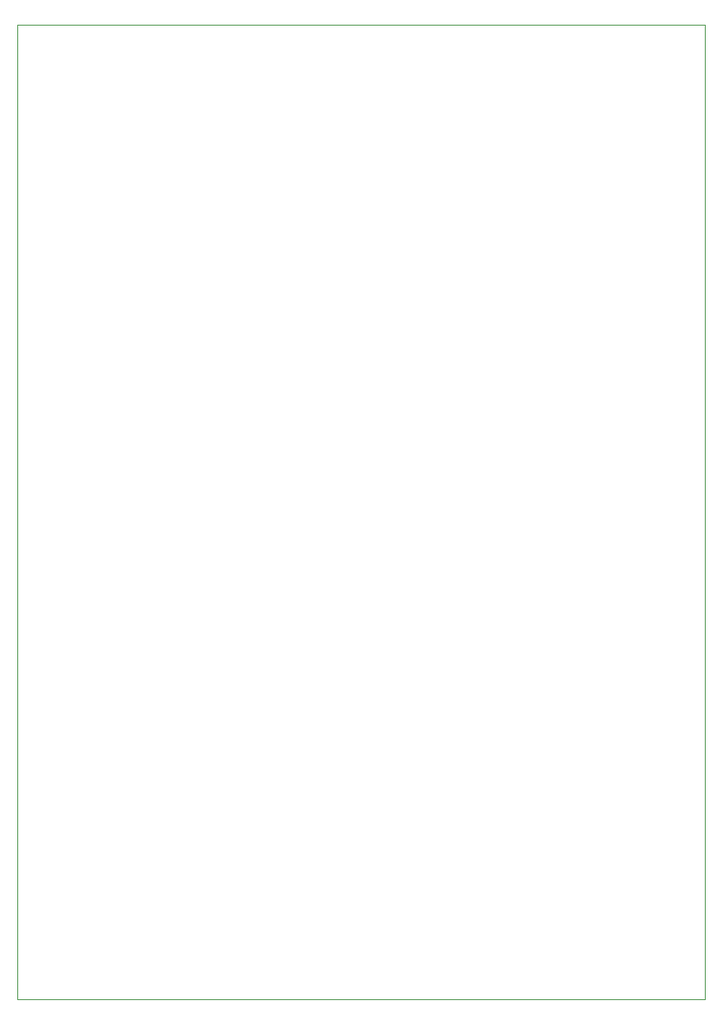
<source format=gbr>
%TF.GenerationSoftware,KiCad,Pcbnew,7.0.9*%
%TF.CreationDate,2024-02-02T11:01:59+00:00*%
%TF.ProjectId,QuadMod Components,51756164-4d6f-4642-9043-6f6d706f6e65,rev?*%
%TF.SameCoordinates,Original*%
%TF.FileFunction,Profile,NP*%
%FSLAX46Y46*%
G04 Gerber Fmt 4.6, Leading zero omitted, Abs format (unit mm)*
G04 Created by KiCad (PCBNEW 7.0.9) date 2024-02-02 11:01:59*
%MOMM*%
%LPD*%
G01*
G04 APERTURE LIST*
%TA.AperFunction,Profile*%
%ADD10C,0.100000*%
%TD*%
G04 APERTURE END LIST*
D10*
X100000000Y-50000000D02*
X170600000Y-50000000D01*
X170600000Y-150000000D01*
X100000000Y-150000000D01*
X100000000Y-50000000D01*
M02*

</source>
